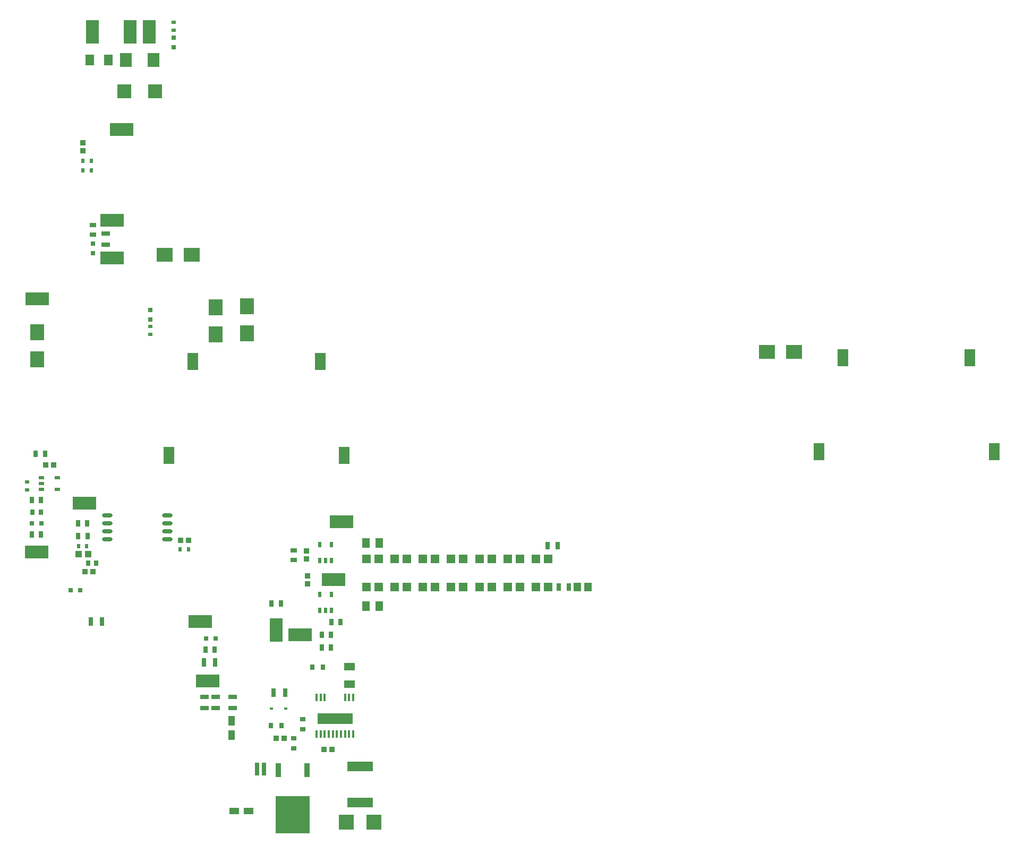
<source format=gbr>
%TF.GenerationSoftware,Altium Limited,Altium Designer,24.2.2 (26)*%
G04 Layer_Color=8421504*
%FSLAX45Y45*%
%MOMM*%
%TF.SameCoordinates,E62911D3-7CC7-41A5-B2DD-A777233C8753*%
%TF.FilePolarity,Positive*%
%TF.FileFunction,Paste,Top*%
%TF.Part,Single*%
G01*
G75*
%TA.AperFunction,SMDPad,CuDef*%
%ADD10R,0.76200X2.15900*%
%ADD11R,0.60960X0.35560*%
%ADD12R,1.80000X1.30560*%
%ADD13R,0.80000X1.00000*%
%ADD14R,3.80000X2.03000*%
%ADD15R,0.65872X0.81213*%
%ADD16R,1.10000X1.60000*%
%ADD17R,1.60000X1.10000*%
%ADD18R,0.90000X0.75000*%
%ADD19R,0.95000X0.95000*%
%ADD20R,4.15000X1.50000*%
G04:AMPARAMS|DCode=21|XSize=1.3mm|YSize=0.76mm|CornerRadius=0.095mm|HoleSize=0mm|Usage=FLASHONLY|Rotation=0.000|XOffset=0mm|YOffset=0mm|HoleType=Round|Shape=RoundedRectangle|*
%AMROUNDEDRECTD21*
21,1,1.30000,0.57000,0,0,0.0*
21,1,1.11000,0.76000,0,0,0.0*
1,1,0.19000,0.55500,-0.28500*
1,1,0.19000,-0.55500,-0.28500*
1,1,0.19000,-0.55500,0.28500*
1,1,0.19000,0.55500,0.28500*
%
%ADD21ROUNDEDRECTD21*%
%ADD22R,0.80000X1.25000*%
%ADD23R,1.35000X1.45000*%
%ADD24R,1.00000X0.80000*%
%ADD25R,2.03000X3.80000*%
%ADD26R,0.80000X0.80000*%
%ADD27R,2.16000X2.26000*%
%ADD28R,1.35574X1.80822*%
%ADD29R,0.95000X0.95000*%
%ADD30R,0.60000X0.80000*%
%ADD31R,2.30000X2.50000*%
%ADD32R,0.80000X0.80000*%
G04:AMPARAMS|DCode=33|XSize=1.3mm|YSize=0.76mm|CornerRadius=0.095mm|HoleSize=0mm|Usage=FLASHONLY|Rotation=270.000|XOffset=0mm|YOffset=0mm|HoleType=Round|Shape=RoundedRectangle|*
%AMROUNDEDRECTD33*
21,1,1.30000,0.57000,0,0,270.0*
21,1,1.11000,0.76000,0,0,270.0*
1,1,0.19000,-0.28500,-0.55500*
1,1,0.19000,-0.28500,0.55500*
1,1,0.19000,0.28500,0.55500*
1,1,0.19000,0.28500,-0.55500*
%
%ADD33ROUNDEDRECTD33*%
%ADD34R,5.46100X5.96900*%
%ADD35R,0.93980X2.20980*%
%ADD36R,5.68960X1.77800*%
%ADD37R,0.35560X1.30810*%
%ADD38R,0.75000X0.90000*%
%ADD39R,2.40005X2.40005*%
%ADD40R,1.80340X2.71780*%
G04:AMPARAMS|DCode=41|XSize=0.55mm|YSize=0.8mm|CornerRadius=0.0495mm|HoleSize=0mm|Usage=FLASHONLY|Rotation=90.000|XOffset=0mm|YOffset=0mm|HoleType=Round|Shape=RoundedRectangle|*
%AMROUNDEDRECTD41*
21,1,0.55000,0.70100,0,0,90.0*
21,1,0.45100,0.80000,0,0,90.0*
1,1,0.09900,0.35050,0.22550*
1,1,0.09900,0.35050,-0.22550*
1,1,0.09900,-0.35050,-0.22550*
1,1,0.09900,-0.35050,0.22550*
%
%ADD41ROUNDEDRECTD41*%
%ADD42R,0.70000X0.85000*%
%ADD43O,1.70000X0.60000*%
%ADD44R,2.50000X2.30000*%
%ADD45R,0.80000X0.60000*%
%ADD46R,1.05000X1.00000*%
%ADD47R,1.15000X1.45000*%
G04:AMPARAMS|DCode=48|XSize=0.55mm|YSize=0.8mm|CornerRadius=0.0495mm|HoleSize=0mm|Usage=FLASHONLY|Rotation=180.000|XOffset=0mm|YOffset=0mm|HoleType=Round|Shape=RoundedRectangle|*
%AMROUNDEDRECTD48*
21,1,0.55000,0.70100,0,0,180.0*
21,1,0.45100,0.80000,0,0,180.0*
1,1,0.09900,-0.22550,0.35050*
1,1,0.09900,0.22550,0.35050*
1,1,0.09900,0.22550,-0.35050*
1,1,0.09900,-0.22550,-0.35050*
%
%ADD48ROUNDEDRECTD48*%
%ADD49R,1.20000X1.50000*%
%ADD50R,1.87960X2.23520*%
D10*
X3811900Y2050000D02*
D03*
X3916040D02*
D03*
D11*
X4267200Y3009900D02*
D03*
X4038600D02*
D03*
D12*
X5280210Y3683580D02*
D03*
Y3403020D02*
D03*
D13*
X4188600Y4686300D02*
D03*
X4038600D02*
D03*
X953700Y5968254D02*
D03*
X1103700D02*
D03*
X954900Y5765800D02*
D03*
X1104900D02*
D03*
X3135700Y3949700D02*
D03*
X2985700D02*
D03*
X280600Y7073900D02*
D03*
X430600D02*
D03*
X217100Y6337300D02*
D03*
X367100D02*
D03*
X217100Y5791200D02*
D03*
X367100D02*
D03*
X4839900Y3987800D02*
D03*
X4989900D02*
D03*
X4992300Y4394200D02*
D03*
X5142300D02*
D03*
X4989900Y4191000D02*
D03*
X4839900D02*
D03*
D14*
X300000Y9550000D02*
D03*
X1650000Y12250000D02*
D03*
X292100Y5511800D02*
D03*
X5156200Y5994400D02*
D03*
X5029200Y5067300D02*
D03*
X4495800Y4191000D02*
D03*
X1054100Y6286500D02*
D03*
X3022600Y3454400D02*
D03*
X2900000Y4400000D02*
D03*
X1500000Y10800000D02*
D03*
Y10200000D02*
D03*
D15*
X359771Y6146800D02*
D03*
X224429D02*
D03*
D16*
X3403600Y2590100D02*
D03*
Y2820100D02*
D03*
D17*
X3441000Y1375713D02*
D03*
X3671000D02*
D03*
D18*
X4394200Y2539900D02*
D03*
Y2374900D02*
D03*
X4533900Y2844800D02*
D03*
Y2679800D02*
D03*
D19*
X4877800Y2362200D02*
D03*
X5002800D02*
D03*
X2587500Y5700000D02*
D03*
X2712500D02*
D03*
X1192800Y5194300D02*
D03*
X1067800D02*
D03*
X4240800Y2540000D02*
D03*
X4115800D02*
D03*
X562500Y6900000D02*
D03*
X437500D02*
D03*
D20*
X5450000Y1510000D02*
D03*
Y2090000D02*
D03*
D21*
X2971800Y3022500D02*
D03*
Y3201500D02*
D03*
X3149600Y3022500D02*
D03*
Y3201500D02*
D03*
X3416300Y3022600D02*
D03*
Y3201600D02*
D03*
X1395000Y10410000D02*
D03*
Y10589000D02*
D03*
D22*
X8441700Y5613400D02*
D03*
X8601700D02*
D03*
X8780000Y4950000D02*
D03*
X8620000D02*
D03*
D23*
X8252500Y5400000D02*
D03*
X8447500D02*
D03*
X7802500D02*
D03*
X7997500D02*
D03*
X6002500D02*
D03*
X6197500D02*
D03*
Y4950000D02*
D03*
X6002500D02*
D03*
X6647500D02*
D03*
X6452500D02*
D03*
X7095000D02*
D03*
X6900000D02*
D03*
X7547500D02*
D03*
X7352500D02*
D03*
X7997500D02*
D03*
X7802500D02*
D03*
X8447500D02*
D03*
X8252500D02*
D03*
X7547500Y5400000D02*
D03*
X7352500D02*
D03*
X7097500Y5400000D02*
D03*
X6902500D02*
D03*
X6647500Y5400000D02*
D03*
X6452500D02*
D03*
X5747500Y4950000D02*
D03*
X5552500D02*
D03*
X5747500Y5400000D02*
D03*
X5552500D02*
D03*
D24*
X4394200Y5386000D02*
D03*
Y5536000D02*
D03*
X1195000Y10725000D02*
D03*
Y10575000D02*
D03*
D25*
X4114800Y4267200D02*
D03*
X1787300Y13805499D02*
D03*
X1187300D02*
D03*
X2087300D02*
D03*
D26*
X839400Y4902200D02*
D03*
X989400D02*
D03*
X2998400Y4127500D02*
D03*
X3148400D02*
D03*
X218300Y5969001D02*
D03*
X368300D02*
D03*
D27*
X1692300Y12855499D02*
D03*
X2182300D02*
D03*
D28*
X1139676Y13355499D02*
D03*
X1434924D02*
D03*
D29*
X1028700Y12038600D02*
D03*
Y11913600D02*
D03*
X4597400Y5398500D02*
D03*
Y5523500D02*
D03*
X4610100Y5004800D02*
D03*
Y5129800D02*
D03*
D30*
X1165000Y11750000D02*
D03*
X1035000D02*
D03*
X1165000Y11600000D02*
D03*
X1035000D02*
D03*
X962200Y5600700D02*
D03*
X1092200D02*
D03*
X2585000Y5550000D02*
D03*
X2715000D02*
D03*
D31*
X3650000Y9430000D02*
D03*
Y9000000D02*
D03*
X3150000Y8985000D02*
D03*
Y9415000D02*
D03*
X300000Y8585000D02*
D03*
Y9015000D02*
D03*
D32*
X1195000Y10275000D02*
D03*
Y10425000D02*
D03*
X2476500Y13714799D02*
D03*
Y13564799D02*
D03*
X2108200Y9371400D02*
D03*
Y9221400D02*
D03*
D33*
X1161000Y4400000D02*
D03*
X1340000D02*
D03*
X2961000Y3745000D02*
D03*
X3140000D02*
D03*
X4254500Y3263900D02*
D03*
X4075500D02*
D03*
D34*
X4372892Y1315438D02*
D03*
D35*
X4144292Y2034258D02*
D03*
X4601492D02*
D03*
D36*
X5050000Y2850000D02*
D03*
D37*
X5342500Y2606805D02*
D03*
X5277500D02*
D03*
X5212500D02*
D03*
X5147500D02*
D03*
X5082500D02*
D03*
X5017500D02*
D03*
X4952500D02*
D03*
X4887500D02*
D03*
X4822500D02*
D03*
X4757500D02*
D03*
X4757500Y3187195D02*
D03*
X4822500D02*
D03*
X4887500D02*
D03*
X5212500D02*
D03*
X5277500D02*
D03*
X5342500D02*
D03*
D38*
X4857700Y3670300D02*
D03*
X4692700D02*
D03*
X4197300Y2743200D02*
D03*
X4032300D02*
D03*
D39*
X5230011Y1200000D02*
D03*
X5669989D02*
D03*
D40*
X12763001Y7110700D02*
D03*
X15557001D02*
D03*
X15175002Y8609300D02*
D03*
X13145001D02*
D03*
X2785000Y8549300D02*
D03*
X4815000D02*
D03*
X5197000Y7050700D02*
D03*
X2403000D02*
D03*
D41*
X627500Y6695000D02*
D03*
Y6505000D02*
D03*
X372500D02*
D03*
Y6600000D02*
D03*
Y6695000D02*
D03*
D42*
X1118600Y5334000D02*
D03*
X1243600D02*
D03*
D43*
X1420000Y6090500D02*
D03*
Y5963500D02*
D03*
Y5836500D02*
D03*
Y5709500D02*
D03*
X2380000Y6090500D02*
D03*
Y5963500D02*
D03*
Y5836500D02*
D03*
Y5709500D02*
D03*
D44*
X12365000Y8700000D02*
D03*
X11935000D02*
D03*
X2765000Y10250000D02*
D03*
X2335000D02*
D03*
D45*
X139700Y6500900D02*
D03*
Y6630900D02*
D03*
X2108200Y8977400D02*
D03*
Y9107400D02*
D03*
X2476500Y13960300D02*
D03*
Y13830299D02*
D03*
D46*
X1116400Y5473700D02*
D03*
X966400D02*
D03*
D47*
X9087500Y4950000D02*
D03*
X8912500D02*
D03*
D48*
X4805000Y5372500D02*
D03*
X4900000D02*
D03*
X4995000D02*
D03*
Y5627500D02*
D03*
X4805000D02*
D03*
Y4576639D02*
D03*
X4900000D02*
D03*
X4995000D02*
D03*
Y4831639D02*
D03*
X4805000D02*
D03*
D49*
X5545000Y5650000D02*
D03*
X5755000D02*
D03*
X5545000Y4650000D02*
D03*
X5755000D02*
D03*
D50*
X2158280Y13355499D02*
D03*
X1716320D02*
D03*
%TF.MD5,0d604bf9544d62cf71067c7f524df7cd*%
M02*

</source>
